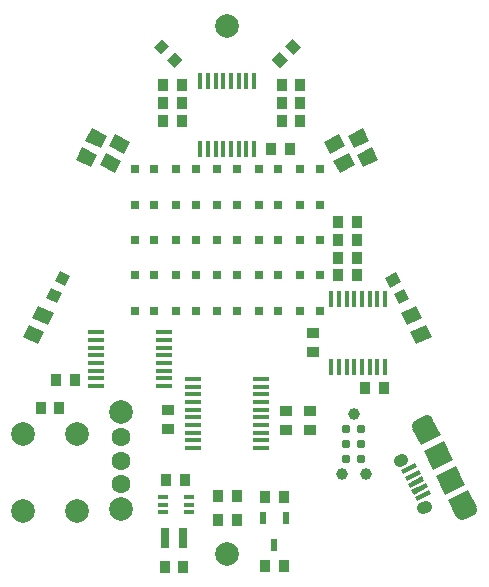
<source format=gts>
G04 #@! TF.FileFunction,Soldermask,Top*
%FSLAX46Y46*%
G04 Gerber Fmt 4.6, Leading zero omitted, Abs format (unit mm)*
G04 Created by KiCad (PCBNEW 4.0.3-stable) date 11/02/16 23:14:01*
%MOMM*%
%LPD*%
G01*
G04 APERTURE LIST*
%ADD10C,0.100000*%
%ADD11C,1.000000*%
%ADD12R,0.450000X1.350000*%
%ADD13C,2.000000*%
%ADD14R,0.950000X1.000000*%
%ADD15R,1.350000X0.450000*%
%ADD16C,0.787000*%
%ADD17C,1.000000*%
%ADD18C,1.600000*%
%ADD19R,0.800000X1.700000*%
%ADD20R,0.950000X0.400000*%
%ADD21R,0.600000X1.000000*%
%ADD22R,1.000000X0.950000*%
%ADD23R,0.800000X0.800000*%
G04 APERTURE END LIST*
D10*
G36*
X146693106Y-126176593D02*
X145485998Y-126781068D01*
X145306894Y-126423407D01*
X146514002Y-125818932D01*
X146693106Y-126176593D01*
X146693106Y-126176593D01*
G37*
G36*
X146402063Y-125595392D02*
X145194955Y-126199867D01*
X145015851Y-125842206D01*
X146222959Y-125237731D01*
X146402063Y-125595392D01*
X146402063Y-125595392D01*
G37*
G36*
X146984150Y-126757793D02*
X145777042Y-127362268D01*
X145597938Y-127004607D01*
X146805046Y-126400132D01*
X146984150Y-126757793D01*
X146984150Y-126757793D01*
G37*
G36*
X147275193Y-127338993D02*
X146068085Y-127943468D01*
X145888981Y-127585807D01*
X147096089Y-126981332D01*
X147275193Y-127338993D01*
X147275193Y-127338993D01*
G37*
G36*
X146111020Y-125014192D02*
X144903912Y-125618667D01*
X144724808Y-125261006D01*
X145931916Y-124656531D01*
X146111020Y-125014192D01*
X146111020Y-125014192D01*
G37*
D11*
X144601367Y-124511998D02*
X144824905Y-124400058D01*
X146593895Y-128490984D02*
X146817433Y-128379044D01*
D10*
G36*
X149129370Y-124453335D02*
X147430477Y-125304077D01*
X146624510Y-123694599D01*
X148323403Y-122843857D01*
X149129370Y-124453335D01*
X149129370Y-124453335D01*
G37*
G36*
X150159216Y-126509889D02*
X148460323Y-127360631D01*
X147654356Y-125751153D01*
X149353249Y-124900411D01*
X150159216Y-126509889D01*
X150159216Y-126509889D01*
G37*
G36*
X148077136Y-122352072D02*
X146378243Y-123202815D01*
X145673022Y-121794522D01*
X147371915Y-120943779D01*
X148077136Y-122352072D01*
X148077136Y-122352072D01*
G37*
D11*
X146120100Y-121570642D02*
X146924838Y-121167658D01*
D10*
G36*
X151110704Y-128409966D02*
X149411811Y-129260709D01*
X148706590Y-127852416D01*
X150405483Y-127001673D01*
X151110704Y-128409966D01*
X151110704Y-128409966D01*
G37*
D11*
X149858888Y-129036830D02*
X150663626Y-128633846D01*
D12*
X132275000Y-92325000D03*
X131625000Y-92325000D03*
X130975000Y-92325000D03*
X130325000Y-92325000D03*
X129675000Y-92325000D03*
X129025000Y-92325000D03*
X128375000Y-92325000D03*
X127725000Y-92325000D03*
X127725000Y-98075000D03*
X128375000Y-98075000D03*
X129025000Y-98075000D03*
X129675000Y-98075000D03*
X130325000Y-98075000D03*
X130975000Y-98075000D03*
X131625000Y-98075000D03*
X132275000Y-98075000D03*
D13*
X130000000Y-87650000D03*
X130000000Y-132350000D03*
D12*
X143375000Y-110825000D03*
X142725000Y-110825000D03*
X142075000Y-110825000D03*
X141425000Y-110825000D03*
X140775000Y-110825000D03*
X140125000Y-110825000D03*
X139475000Y-110825000D03*
X138825000Y-110825000D03*
X138825000Y-116575000D03*
X139475000Y-116575000D03*
X140125000Y-116575000D03*
X140775000Y-116575000D03*
X141425000Y-116575000D03*
X142075000Y-116575000D03*
X142725000Y-116575000D03*
X143375000Y-116575000D03*
D14*
X134600000Y-95700000D03*
X136200000Y-95700000D03*
D15*
X127125000Y-117575000D03*
X127125000Y-118225000D03*
X127125000Y-118875000D03*
X127125000Y-119525000D03*
X127125000Y-120175000D03*
X127125000Y-120825000D03*
X127125000Y-121475000D03*
X127125000Y-122125000D03*
X127125000Y-122775000D03*
X127125000Y-123425000D03*
X132875000Y-123425000D03*
X132875000Y-122775000D03*
X132875000Y-122125000D03*
X132875000Y-121475000D03*
X132875000Y-120825000D03*
X132875000Y-120175000D03*
X132875000Y-119525000D03*
X132875000Y-118875000D03*
X132875000Y-118225000D03*
X132875000Y-117575000D03*
D10*
G36*
X143382030Y-108983833D02*
X144276185Y-108536074D01*
X144701556Y-109385521D01*
X143807401Y-109833280D01*
X143382030Y-108983833D01*
X143382030Y-108983833D01*
G37*
G36*
X144098444Y-110414479D02*
X144992599Y-109966720D01*
X145417970Y-110816167D01*
X144523815Y-111263926D01*
X144098444Y-110414479D01*
X144098444Y-110414479D01*
G37*
D16*
X140060000Y-121830000D03*
X141330000Y-121830000D03*
X140060000Y-123100000D03*
X141330000Y-123100000D03*
X140060000Y-124370000D03*
X141330000Y-124370000D03*
D17*
X140695000Y-120560000D03*
X139679000Y-125640000D03*
X141711000Y-125640000D03*
D13*
X112750000Y-128750000D03*
X117250000Y-128750000D03*
X117250000Y-122250000D03*
X112750000Y-122250000D03*
D18*
X121000000Y-124500000D03*
X121000000Y-126500000D03*
X121000000Y-122500000D03*
D13*
X121000000Y-120400000D03*
X121000000Y-128600000D03*
D10*
G36*
X119293783Y-98034025D02*
X117997260Y-97384774D01*
X118512183Y-96356497D01*
X119808706Y-97005748D01*
X119293783Y-98034025D01*
X119293783Y-98034025D01*
G37*
G36*
X118487817Y-99643503D02*
X117191294Y-98994252D01*
X117706217Y-97965975D01*
X119002740Y-98615226D01*
X118487817Y-99643503D01*
X118487817Y-99643503D01*
G37*
G36*
X140808706Y-99494252D02*
X139512183Y-100143503D01*
X138997260Y-99115226D01*
X140293783Y-98465975D01*
X140808706Y-99494252D01*
X140808706Y-99494252D01*
G37*
G36*
X140002740Y-97884774D02*
X138706217Y-98534025D01*
X138191294Y-97505748D01*
X139487817Y-96856497D01*
X140002740Y-97884774D01*
X140002740Y-97884774D01*
G37*
G36*
X142002740Y-97384774D02*
X140706217Y-98034025D01*
X140191294Y-97005748D01*
X141487817Y-96356497D01*
X142002740Y-97384774D01*
X142002740Y-97384774D01*
G37*
G36*
X142808706Y-98994252D02*
X141512183Y-99643503D01*
X140997260Y-98615226D01*
X142293783Y-97965975D01*
X142808706Y-98994252D01*
X142808706Y-98994252D01*
G37*
G36*
X146502740Y-112384774D02*
X145206217Y-113034025D01*
X144691294Y-112005748D01*
X145987817Y-111356497D01*
X146502740Y-112384774D01*
X146502740Y-112384774D01*
G37*
G36*
X147308706Y-113994252D02*
X146012183Y-114643503D01*
X145497260Y-113615226D01*
X146793783Y-112965975D01*
X147308706Y-113994252D01*
X147308706Y-113994252D01*
G37*
G36*
X120487817Y-100143503D02*
X119191294Y-99494252D01*
X119706217Y-98465975D01*
X121002740Y-99115226D01*
X120487817Y-100143503D01*
X120487817Y-100143503D01*
G37*
G36*
X121293783Y-98534025D02*
X119997260Y-97884774D01*
X120512183Y-96856497D01*
X121808706Y-97505748D01*
X121293783Y-98534025D01*
X121293783Y-98534025D01*
G37*
G36*
X114793783Y-113034025D02*
X113497260Y-112384774D01*
X114012183Y-111356497D01*
X115308706Y-112005748D01*
X114793783Y-113034025D01*
X114793783Y-113034025D01*
G37*
G36*
X113987817Y-114643503D02*
X112691294Y-113994252D01*
X113206217Y-112965975D01*
X114502740Y-113615226D01*
X113987817Y-114643503D01*
X113987817Y-114643503D01*
G37*
D19*
X126250000Y-131000000D03*
X124750000Y-131000000D03*
D20*
X126800000Y-128850000D03*
X126800000Y-128200000D03*
X126800000Y-127550000D03*
X124600000Y-127550000D03*
X124600000Y-128200000D03*
X124600000Y-128850000D03*
D21*
X134950000Y-129350000D03*
X133050000Y-129350000D03*
X134000000Y-131650000D03*
D15*
X124675000Y-118175000D03*
X124675000Y-117525000D03*
X124675000Y-116875000D03*
X124675000Y-116225000D03*
X124675000Y-115575000D03*
X124675000Y-114925000D03*
X124675000Y-114275000D03*
X124675000Y-113625000D03*
X118925000Y-113625000D03*
X118925000Y-114275000D03*
X118925000Y-114925000D03*
X118925000Y-115575000D03*
X118925000Y-116225000D03*
X118925000Y-116875000D03*
X118925000Y-117525000D03*
X118925000Y-118175000D03*
D10*
G36*
X115823815Y-108436074D02*
X116717970Y-108883833D01*
X116292599Y-109733280D01*
X115398444Y-109285521D01*
X115823815Y-108436074D01*
X115823815Y-108436074D01*
G37*
G36*
X115107401Y-109866720D02*
X116001556Y-110314479D01*
X115576185Y-111163926D01*
X114682030Y-110716167D01*
X115107401Y-109866720D01*
X115107401Y-109866720D01*
G37*
D14*
X126200000Y-95700000D03*
X124600000Y-95700000D03*
X126200000Y-94200000D03*
X124600000Y-94200000D03*
X126200000Y-92700000D03*
X124600000Y-92700000D03*
X134600000Y-92700000D03*
X136200000Y-92700000D03*
X134600000Y-94200000D03*
X136200000Y-94200000D03*
X141000000Y-104300000D03*
X139400000Y-104300000D03*
X141000000Y-105800000D03*
X139400000Y-105800000D03*
X141000000Y-107300000D03*
X139400000Y-107300000D03*
X141000000Y-108800000D03*
X139400000Y-108800000D03*
D22*
X137300000Y-115300000D03*
X137300000Y-113700000D03*
D14*
X133700000Y-98100000D03*
X135300000Y-98100000D03*
X117100000Y-117700000D03*
X115500000Y-117700000D03*
X143300000Y-118300000D03*
X141700000Y-118300000D03*
D22*
X135000000Y-121900000D03*
X135000000Y-120300000D03*
X125000000Y-121800000D03*
X125000000Y-120200000D03*
X137000000Y-121900000D03*
X137000000Y-120300000D03*
D14*
X126300000Y-133500000D03*
X124700000Y-133500000D03*
X124800000Y-126100000D03*
X126400000Y-126100000D03*
X133200000Y-133400000D03*
X134800000Y-133400000D03*
X133200000Y-127600000D03*
X134800000Y-127600000D03*
X115800000Y-120000000D03*
X114200000Y-120000000D03*
X130800000Y-129500000D03*
X129200000Y-129500000D03*
X129200000Y-127500000D03*
X130800000Y-127500000D03*
D10*
G36*
X135530330Y-88762564D02*
X136237436Y-89469670D01*
X135601040Y-90106066D01*
X134893934Y-89398960D01*
X135530330Y-88762564D01*
X135530330Y-88762564D01*
G37*
G36*
X134398960Y-89893934D02*
X135106066Y-90601040D01*
X134469670Y-91237436D01*
X133762564Y-90530330D01*
X134398960Y-89893934D01*
X134398960Y-89893934D01*
G37*
G36*
X123762564Y-89469670D02*
X124469670Y-88762564D01*
X125106066Y-89398960D01*
X124398960Y-90106066D01*
X123762564Y-89469670D01*
X123762564Y-89469670D01*
G37*
G36*
X124893934Y-90601040D02*
X125601040Y-89893934D01*
X126237436Y-90530330D01*
X125530330Y-91237436D01*
X124893934Y-90601040D01*
X124893934Y-90601040D01*
G37*
D23*
X136175000Y-111800000D03*
X137825000Y-111800000D03*
X136175000Y-108800000D03*
X137825000Y-108800000D03*
X136175000Y-105800000D03*
X137825000Y-105800000D03*
X136175000Y-102800000D03*
X137825000Y-102800000D03*
X136175000Y-99800000D03*
X137825000Y-99800000D03*
X132675000Y-111800000D03*
X134325000Y-111800000D03*
X132675000Y-108800000D03*
X134325000Y-108800000D03*
X132675000Y-105800000D03*
X134325000Y-105800000D03*
X132675000Y-102800000D03*
X134325000Y-102800000D03*
X129175000Y-111800000D03*
X130825000Y-111800000D03*
X129175000Y-108800000D03*
X130825000Y-108800000D03*
X129175000Y-105800000D03*
X130825000Y-105800000D03*
X129175000Y-102800000D03*
X130825000Y-102800000D03*
X129175000Y-99800000D03*
X130825000Y-99800000D03*
X125675000Y-111800000D03*
X127325000Y-111800000D03*
X125675000Y-108800000D03*
X127325000Y-108800000D03*
X125675000Y-105800000D03*
X127325000Y-105800000D03*
X125675000Y-102800000D03*
X127325000Y-102800000D03*
X125675000Y-99800000D03*
X127325000Y-99800000D03*
X122175000Y-111800000D03*
X123825000Y-111800000D03*
X122175000Y-108800000D03*
X123825000Y-108800000D03*
X122175000Y-105800000D03*
X123825000Y-105800000D03*
X122175000Y-102800000D03*
X123825000Y-102800000D03*
X122175000Y-99800000D03*
X123825000Y-99800000D03*
X132675000Y-99800000D03*
X134325000Y-99800000D03*
M02*

</source>
